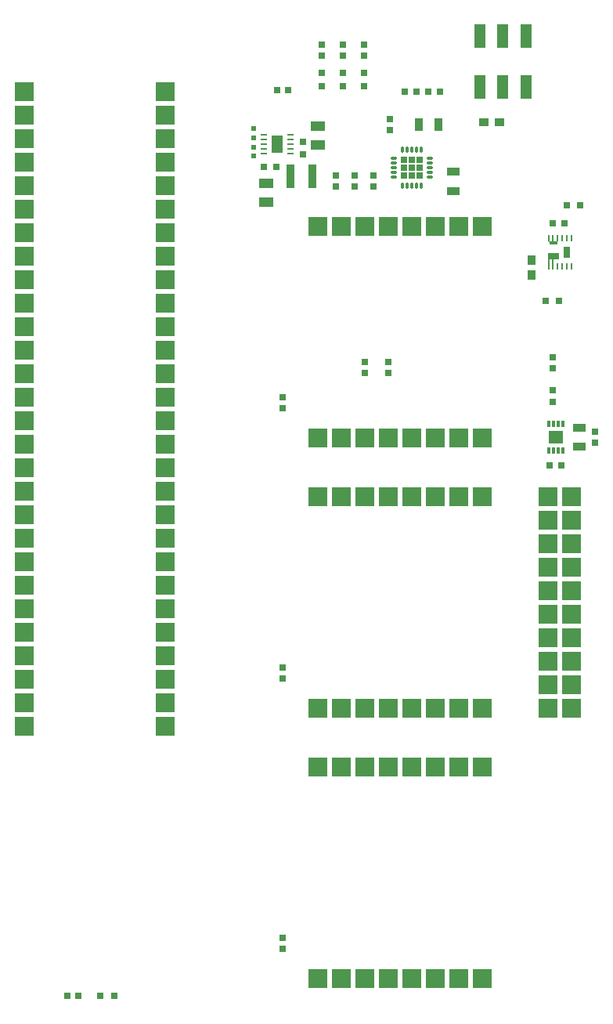
<source format=gtp>
G04*
G04 #@! TF.GenerationSoftware,Altium Limited,Altium Designer,20.2.8 (258)*
G04*
G04 Layer_Color=8421504*
%FSLAX43Y43*%
%MOMM*%
G71*
G04*
G04 #@! TF.SameCoordinates,2C7AC1C0-F562-43BB-A571-7E62E4670D11*
G04*
G04*
G04 #@! TF.FilePolarity,Positive*
G04*
G01*
G75*
%ADD17R,2.100X2.100*%
%ADD18R,2.100X2.100*%
%ADD19R,0.700X0.700*%
%ADD20R,0.762X0.762*%
%ADD21R,1.600X1.092*%
%ADD22O,0.730X0.300*%
%ADD23O,0.300X0.730*%
%ADD24R,0.762X0.762*%
%ADD25R,0.550X0.600*%
%ADD26R,0.900X2.500*%
%ADD27R,0.700X0.250*%
%ADD28R,1.200X1.850*%
%ADD29R,1.200X2.500*%
%ADD30R,0.260X1.200*%
%ADD31R,1.200X0.775*%
%ADD32R,0.260X0.800*%
%ADD33R,0.725X1.250*%
%ADD34R,0.300X0.700*%
%ADD35R,1.550X1.350*%
%ADD36R,0.800X0.800*%
%ADD37R,1.000X0.950*%
%ADD38R,0.800X0.650*%
%ADD39R,1.350X0.900*%
%ADD40R,0.950X1.000*%
%ADD41R,0.650X0.800*%
%ADD42R,0.900X1.350*%
%ADD43R,0.800X0.800*%
G36*
X69126Y83496D02*
X69126Y83496D01*
X69121Y83480D01*
X69118Y83463D01*
X69117Y83446D01*
Y83122D01*
X68218D01*
X68218Y83309D01*
X68217Y83311D01*
X68218Y83313D01*
X68217Y83319D01*
X68217Y83326D01*
X68216Y83328D01*
X68216Y83330D01*
X68215Y83336D01*
X68214Y83342D01*
X68213Y83344D01*
X68213Y83346D01*
X68211Y83352D01*
X68209Y83359D01*
X68208Y83360D01*
X68208Y83362D01*
X68205Y83368D01*
X68203Y83374D01*
X68202Y83376D01*
X68201Y83378D01*
X68198Y83383D01*
X68195Y83389D01*
X68193Y83391D01*
X68192Y83392D01*
X68143Y83467D01*
X68143Y83496D01*
X69126Y83496D01*
D02*
G37*
D17*
X26670Y99695D02*
D03*
Y97155D02*
D03*
Y94615D02*
D03*
Y92075D02*
D03*
Y89535D02*
D03*
Y86995D02*
D03*
Y84455D02*
D03*
Y81915D02*
D03*
Y79375D02*
D03*
Y76835D02*
D03*
Y74295D02*
D03*
Y71755D02*
D03*
Y69215D02*
D03*
Y66675D02*
D03*
Y64135D02*
D03*
Y61595D02*
D03*
Y59055D02*
D03*
Y56515D02*
D03*
Y53975D02*
D03*
Y51435D02*
D03*
Y48895D02*
D03*
Y46355D02*
D03*
Y43815D02*
D03*
Y41275D02*
D03*
Y38735D02*
D03*
Y36195D02*
D03*
Y33655D02*
D03*
Y31115D02*
D03*
X11430D02*
D03*
Y33655D02*
D03*
Y36195D02*
D03*
Y38735D02*
D03*
Y41275D02*
D03*
Y43815D02*
D03*
Y46355D02*
D03*
Y48895D02*
D03*
Y51435D02*
D03*
Y53975D02*
D03*
Y56515D02*
D03*
Y59055D02*
D03*
Y61595D02*
D03*
Y64135D02*
D03*
Y66675D02*
D03*
Y69215D02*
D03*
Y71755D02*
D03*
Y74295D02*
D03*
Y76835D02*
D03*
Y79375D02*
D03*
Y81915D02*
D03*
Y84455D02*
D03*
Y86995D02*
D03*
Y89535D02*
D03*
Y92075D02*
D03*
Y94615D02*
D03*
Y97155D02*
D03*
Y99695D02*
D03*
D18*
X43180Y55880D02*
D03*
X45720D02*
D03*
X48260D02*
D03*
X50800D02*
D03*
X53340D02*
D03*
X55880D02*
D03*
X58420D02*
D03*
X60960D02*
D03*
X68072Y33020D02*
D03*
Y35560D02*
D03*
Y38100D02*
D03*
Y40640D02*
D03*
Y43180D02*
D03*
Y45720D02*
D03*
Y48260D02*
D03*
Y50800D02*
D03*
Y55880D02*
D03*
Y53340D02*
D03*
X70612Y33020D02*
D03*
Y35560D02*
D03*
Y40640D02*
D03*
Y38100D02*
D03*
Y45720D02*
D03*
Y48260D02*
D03*
Y43180D02*
D03*
Y50800D02*
D03*
Y53340D02*
D03*
Y55880D02*
D03*
X43180Y85090D02*
D03*
X45720D02*
D03*
X48260D02*
D03*
X50800D02*
D03*
X53340D02*
D03*
X55880D02*
D03*
X58420D02*
D03*
X60960D02*
D03*
X43180Y3810D02*
D03*
X45720D02*
D03*
X48260D02*
D03*
X50800D02*
D03*
X53340D02*
D03*
X55880D02*
D03*
X58420D02*
D03*
X60960D02*
D03*
X43180Y62230D02*
D03*
X45720D02*
D03*
X48260D02*
D03*
X50800D02*
D03*
X53340D02*
D03*
X55880D02*
D03*
X58420D02*
D03*
X60960D02*
D03*
X43180Y26670D02*
D03*
X45720D02*
D03*
X48260D02*
D03*
X50800D02*
D03*
X53340D02*
D03*
X55880D02*
D03*
X58420D02*
D03*
X60960D02*
D03*
X43180Y33020D02*
D03*
X45720D02*
D03*
X48260D02*
D03*
X50800D02*
D03*
X53340D02*
D03*
X55880D02*
D03*
X58420D02*
D03*
X60960D02*
D03*
D19*
X53340Y91440D02*
D03*
X53340Y90590D02*
D03*
X54190Y91440D02*
D03*
X53340Y92290D02*
D03*
X52490Y91440D02*
D03*
X54190Y90590D02*
D03*
X54190Y92290D02*
D03*
X52490Y92290D02*
D03*
X52490Y90590D02*
D03*
D20*
X71498Y87400D02*
D03*
X70102D02*
D03*
X67826Y77025D02*
D03*
X69224D02*
D03*
X38726Y91526D02*
D03*
X37329D02*
D03*
D21*
X37625Y89757D02*
D03*
Y87725D02*
D03*
X43137Y93947D02*
D03*
Y95979D02*
D03*
D22*
X55305Y92440D02*
D03*
Y91940D02*
D03*
Y91440D02*
D03*
Y90940D02*
D03*
Y90440D02*
D03*
X51375D02*
D03*
Y90940D02*
D03*
Y91440D02*
D03*
Y91940D02*
D03*
Y92440D02*
D03*
D23*
X54340Y89475D02*
D03*
X53840D02*
D03*
X53340D02*
D03*
X52840D02*
D03*
X52340D02*
D03*
Y93405D02*
D03*
X52840D02*
D03*
X53340D02*
D03*
X53840D02*
D03*
X54340D02*
D03*
D24*
X41526Y94275D02*
D03*
Y92878D02*
D03*
D25*
X36212Y93684D02*
D03*
Y92684D02*
D03*
X36235Y94652D02*
D03*
Y95652D02*
D03*
D26*
X42554Y90526D02*
D03*
X40254D02*
D03*
D27*
X40220Y93500D02*
D03*
Y95000D02*
D03*
Y94500D02*
D03*
Y94000D02*
D03*
Y93000D02*
D03*
X37320D02*
D03*
Y95000D02*
D03*
Y94500D02*
D03*
Y94000D02*
D03*
Y93500D02*
D03*
D28*
X38770Y94000D02*
D03*
D29*
X60661Y100203D02*
D03*
Y105703D02*
D03*
X63161Y100203D02*
D03*
X65661D02*
D03*
X63161Y105703D02*
D03*
X65661D02*
D03*
D30*
X68117Y81021D02*
D03*
X68617D02*
D03*
D31*
X68667Y81884D02*
D03*
D32*
X68117Y83821D02*
D03*
X68617D02*
D03*
X69117Y80821D02*
D03*
X69617D02*
D03*
X70117D02*
D03*
X70617D02*
D03*
X69117Y83821D02*
D03*
X69617D02*
D03*
X70117D02*
D03*
X70617D02*
D03*
D33*
X70067Y82321D02*
D03*
D34*
X68142Y60875D02*
D03*
Y63775D02*
D03*
X68642Y60875D02*
D03*
X69142D02*
D03*
X69642D02*
D03*
X68642Y63775D02*
D03*
X69142D02*
D03*
X69642D02*
D03*
D35*
X68892Y62325D02*
D03*
D36*
X19675Y1950D02*
D03*
X21175D02*
D03*
D37*
X61150Y96329D02*
D03*
X62850D02*
D03*
D38*
X17300Y1950D02*
D03*
X16100D02*
D03*
X38770Y99822D02*
D03*
X39970D02*
D03*
X68275Y59300D02*
D03*
X69475D02*
D03*
X68615Y85471D02*
D03*
X69815D02*
D03*
X52613Y99695D02*
D03*
X53813D02*
D03*
X55153Y99695D02*
D03*
X56353D02*
D03*
D39*
X57785Y88904D02*
D03*
Y91004D02*
D03*
X71432Y61275D02*
D03*
Y63375D02*
D03*
D40*
X66294Y79845D02*
D03*
Y81445D02*
D03*
D41*
X49149Y89443D02*
D03*
Y90643D02*
D03*
X39370Y7020D02*
D03*
Y8220D02*
D03*
Y36230D02*
D03*
Y37430D02*
D03*
Y65440D02*
D03*
Y66640D02*
D03*
X68600Y66175D02*
D03*
Y67375D02*
D03*
X68580Y69758D02*
D03*
Y70958D02*
D03*
X73175Y61700D02*
D03*
Y62900D02*
D03*
X45085Y89443D02*
D03*
Y90643D02*
D03*
X47117Y89443D02*
D03*
Y90643D02*
D03*
X48133Y103540D02*
D03*
Y104740D02*
D03*
X50800Y69250D02*
D03*
Y70450D02*
D03*
X48260Y69250D02*
D03*
Y70450D02*
D03*
X45847Y103540D02*
D03*
Y104740D02*
D03*
X43561Y103540D02*
D03*
Y104740D02*
D03*
X50927Y95504D02*
D03*
Y96704D02*
D03*
D42*
X54117Y96139D02*
D03*
X56217D02*
D03*
D43*
X48133Y100230D02*
D03*
Y101730D02*
D03*
X45847Y100230D02*
D03*
Y101730D02*
D03*
X43561Y100230D02*
D03*
Y101730D02*
D03*
M02*

</source>
